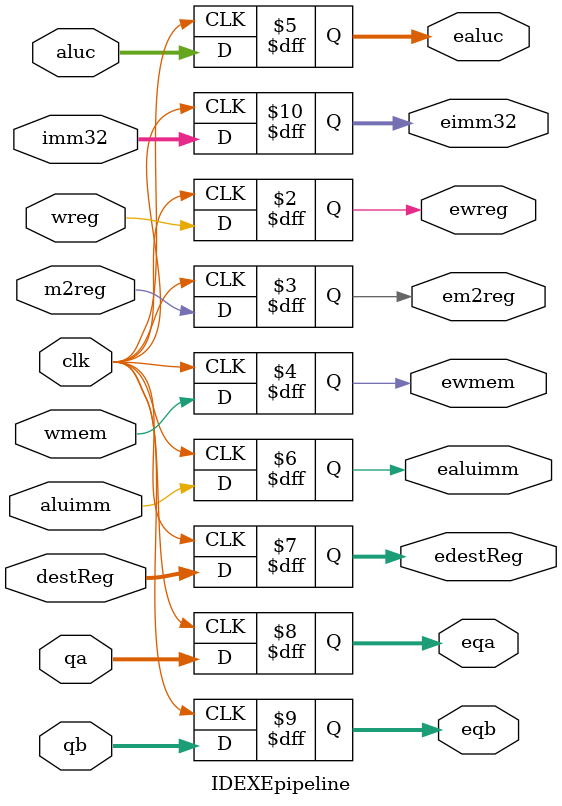
<source format=v>
`timescale 1ns / 1ps
module IDEXEpipeline( 
    input wreg,
    input m2reg,
    input wmem,
    input [3:0] aluc,
    input aluimm,
    input [4:0] destReg,
    input [31:0] qa,
    input [31:0] qb,
    input [31:0] imm32,
    input clk,

    output reg ewreg,
    output reg em2reg,
    output reg ewmem,
    output reg [3:0] ealuc,
    output reg ealuimm,
    output reg [4:0] edestReg,
    output reg [31:0] eqa,
    output reg [31:0] eqb,
    output reg [31:0] eimm32
    );
    
    always @ (posedge clk)
        begin
            ewreg = wreg;
            em2reg = m2reg;
            ewmem = wmem;
            ealuc = aluc;
            ealuimm = aluimm;
            edestReg = destReg;
            eqa = qa;
            eqb = qb;
            eimm32 = imm32;
        end
endmodule

</source>
